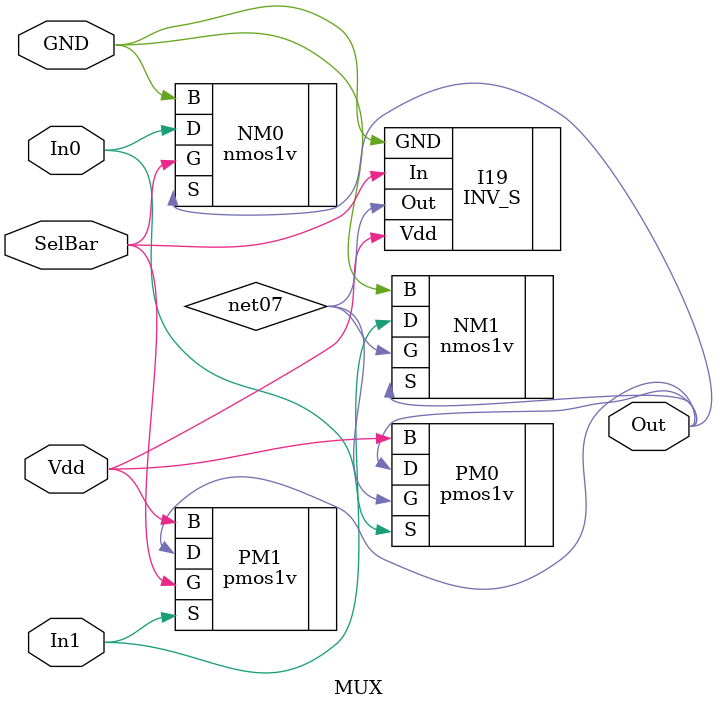
<source format=v>

module MUX (
In0,In1,GND,Out,Vdd,SelBar );
input  In0;
input  In1;
input  GND;
output  Out;
input  Vdd;
input  SelBar;
wire Vdd;
wire net07;
wire In1;
wire In0;
wire GND;
wire SelBar;
wire Out;

pmos1v    
 PM1  ( .S( In1 ), .G( SelBar ), .B( Vdd ), .D( Out ) );

pmos1v    
 PM0  ( .S( In0 ), .G( net07 ), .B( Vdd ), .D( Out ) );

INV_S    
 I19  ( .Vdd( Vdd ), .In( SelBar ), .GND( GND ), .Out( net07 ) );

nmos1v    
 NM1  ( .S( Out ), .G( net07 ), .B( GND ), .D( In1 ) );

nmos1v    
 NM0  ( .S( Out ), .G( SelBar ), .B( GND ), .D( In0 ) );

endmodule


</source>
